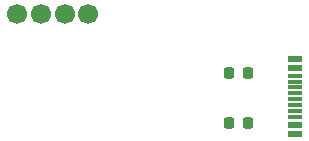
<source format=gbr>
%TF.GenerationSoftware,KiCad,Pcbnew,(5.99.0-8775-g06a515339c)*%
%TF.CreationDate,2021-02-12T20:04:27-05:00*%
%TF.ProjectId,dock,646f636b-2e6b-4696-9361-645f70636258,rev?*%
%TF.SameCoordinates,Original*%
%TF.FileFunction,Paste,Top*%
%TF.FilePolarity,Positive*%
%FSLAX46Y46*%
G04 Gerber Fmt 4.6, Leading zero omitted, Abs format (unit mm)*
G04 Created by KiCad (PCBNEW (5.99.0-8775-g06a515339c)) date 2021-02-12 20:04:27*
%MOMM*%
%LPD*%
G01*
G04 APERTURE LIST*
G04 Aperture macros list*
%AMRoundRect*
0 Rectangle with rounded corners*
0 $1 Rounding radius*
0 $2 $3 $4 $5 $6 $7 $8 $9 X,Y pos of 4 corners*
0 Add a 4 corners polygon primitive as box body*
4,1,4,$2,$3,$4,$5,$6,$7,$8,$9,$2,$3,0*
0 Add four circle primitives for the rounded corners*
1,1,$1+$1,$2,$3*
1,1,$1+$1,$4,$5*
1,1,$1+$1,$6,$7*
1,1,$1+$1,$8,$9*
0 Add four rect primitives between the rounded corners*
20,1,$1+$1,$2,$3,$4,$5,0*
20,1,$1+$1,$4,$5,$6,$7,0*
20,1,$1+$1,$6,$7,$8,$9,0*
20,1,$1+$1,$8,$9,$2,$3,0*%
G04 Aperture macros list end*
%ADD10RoundRect,0.218750X0.218750X0.256250X-0.218750X0.256250X-0.218750X-0.256250X0.218750X-0.256250X0*%
%ADD11C,1.700000*%
%ADD12R,1.160000X0.600000*%
%ADD13R,1.160000X0.300000*%
G04 APERTURE END LIST*
D10*
%TO.C,R2*%
X14925000Y-3000000D03*
X16500000Y-3000000D03*
%TD*%
%TO.C,R1*%
X14925000Y-7250000D03*
X16500000Y-7250000D03*
%TD*%
D11*
%TO.C,J2*%
X3000000Y2000000D03*
X1000000Y2000000D03*
X-1000000Y2000000D03*
X-3000000Y2000000D03*
%TD*%
D12*
%TO.C,J1*%
X20490000Y-1800000D03*
X20490000Y-2600000D03*
X20490000Y-1800000D03*
X20490000Y-2600000D03*
X20490000Y-8200000D03*
X20490000Y-8200000D03*
X20490000Y-7400000D03*
X20490000Y-7400000D03*
D13*
X20490000Y-3250000D03*
X20490000Y-4250000D03*
X20490000Y-3750000D03*
X20490000Y-6250000D03*
X20490000Y-6750000D03*
X20490000Y-4750000D03*
X20490000Y-5250000D03*
X20490000Y-5750000D03*
%TD*%
M02*

</source>
